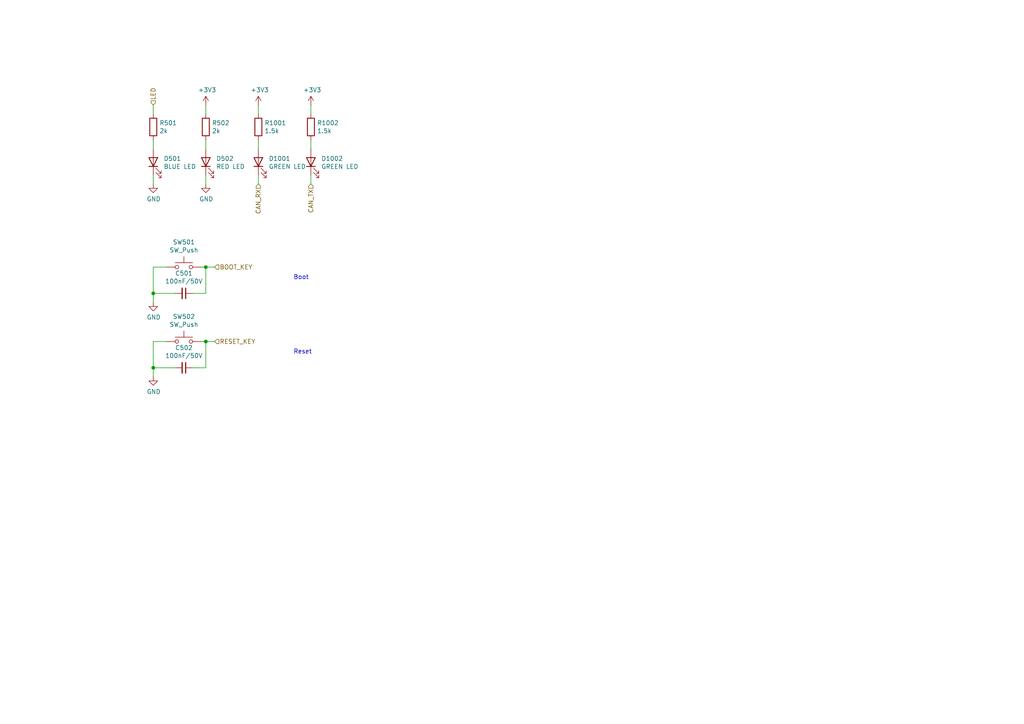
<source format=kicad_sch>
(kicad_sch (version 20231120) (generator "eeschema") (generator_version "8.0")
  (paper "A4")
  (title_block (title "SH-ESP32") (date "2024-09-24") (rev "2.2.0") (company "Hat Labs Oy") (comment 1 "https://creativecommons.org/licenses/by-sa/4.0") (comment 2 "To view a copy of this license, visit ") (comment 3 "SH-ESP32 is licensed under CC BY-SA 4.0."))
  (lib_symbols
    (symbol "Device:C_Small" (pin_numbers hide) (pin_names (offset 0.254) hide)
      (property "Reference" "C" (at 0.254 1.778 0))
      (property "Value" "C_Small" (at 0.254 -2.032 0))
      (symbol "C_Small_0_1"
        (polyline (pts (xy -1.524 -0.508) (xy 1.524 -0.508)) (stroke (width 0.3302)))
        (polyline (pts (xy -1.524 0.508) (xy 1.524 0.508)) (stroke (width 0.3048)))
      )
      (symbol "C_Small_1_1"
        (pin passive line (at 0 2.54 270) (length 2.032) (name "~") (number "1"))
        (pin passive line (at 0 -2.54 90) (length 2.032) (name "~") (number "2"))
      )
    )
    (symbol "Device:LED" (pin_numbers hide) (pin_names (offset 1.016) hide)
      (property "Reference" "D" (at 0 2.54 0))
      (property "Value" "LED" (at 0 -2.54 0))
      (symbol "LED_0_1"
        (polyline (pts (xy -1.27 -1.27) (xy -1.27 1.27)) (stroke (width 0.254)))
        (polyline (pts (xy -1.27 0) (xy 1.27 0)))
        (polyline (pts (xy 1.27 -1.27) (xy 1.27 1.27) (xy -1.27 0) (xy 1.27 -1.27)) (stroke (width 0.254)))
        (polyline (pts (xy -3.048 -0.762) (xy -4.572 -2.286) (xy -3.81 -2.286) (xy -4.572 -2.286) (xy -4.572 -1.524)))
        (polyline (pts (xy -1.778 -0.762) (xy -3.302 -2.286) (xy -2.54 -2.286) (xy -3.302 -2.286) (xy -3.302 -1.524)))
      )
      (symbol "LED_1_1"
        (pin passive line (at -3.81 0 0) (length 2.54) (name "K") (number "1"))
        (pin passive line (at 3.81 0 180) (length 2.54) (name "A") (number "2"))
      )
    )
    (symbol "Device:R" (pin_numbers hide) (pin_names (offset 0))
      (property "Reference" "R" (at 2.032 0 90))
      (property "Value" "R" (at 0 0 90))
      (symbol "R_0_1"
        (rectangle (start -1.016 -2.54) (end 1.016 2.54) (stroke (width 0.254)))
      )
      (symbol "R_1_1"
        (pin passive line (at 0 3.81 270) (length 1.27) (name "~") (number "1"))
        (pin passive line (at 0 -3.81 90) (length 1.27) (name "~") (number "2"))
      )
    )
    (symbol "Switch:SW_Push" (pin_numbers hide) (pin_names (offset 1.016) hide)
      (property "Reference" "SW" (at 1.27 2.54 0))
      (property "Value" "SW_Push" (at 0 -1.524 0))
      (symbol "SW_Push_0_1"
        (circle (center -2.032 0) (radius 0.508))
        (polyline (pts (xy 0 1.27) (xy 0 3.048)))
        (polyline (pts (xy 2.54 1.27) (xy -2.54 1.27)))
        (circle (center 2.032 0) (radius 0.508))
        (pin passive line (at -5.08 0 0) (length 2.54) (name "1") (number "1"))
        (pin passive line (at 5.08 0 180) (length 2.54) (name "2") (number "2"))
      )
    )
    (symbol "power:+3.3V" (power) (pin_numbers hide) (pin_names (offset 0) hide)
      (property "Value" "+3.3V" (at 0 3.556 0))
      (symbol "+3.3V_0_1"
        (polyline (pts (xy -0.762 1.27) (xy 0 2.54)))
        (polyline (pts (xy 0 0) (xy 0 2.54)))
        (polyline (pts (xy 0 2.54) (xy 0.762 1.27)))
      )
      (symbol "+3.3V_1_1"
        (pin power_in line (at 0 0 90) (length 0) (name "~") (number "1"))
      )
    )
    (symbol "power:GND" (power) (pin_numbers hide) (pin_names (offset 0) hide)
      (property "Value" "GND" (at 0 -3.81 0))
      (symbol "GND_0_1"
        (polyline (pts (xy 0 0) (xy 0 -1.27) (xy 1.27 -1.27) (xy 0 -2.54) (xy -1.27 -1.27) (xy 0 -1.27)))
      )
      (symbol "GND_1_1"
        (pin power_in line (at 0 0 270) (length 0) (name "~") (number "1"))
      )
    )
  )
  (junction (at 44.45 85.09))
  (junction (at 59.69 99.06))
  (junction (at 44.45 106.68))
  (junction (at 59.69 77.47))
  (wire (pts (xy 74.93 30.48) (xy 74.93 33.02)))
  (wire (pts (xy 90.17 53.34) (xy 90.17 50.8)))
  (wire (pts (xy 44.45 85.09) (xy 44.45 77.47)))
  (wire (pts (xy 59.69 106.68) (xy 55.88 106.68)))
  (wire (pts (xy 59.69 40.64) (xy 59.69 43.18)))
  (wire (pts (xy 44.45 30.48) (xy 44.45 33.02)))
  (wire (pts (xy 59.69 53.34) (xy 59.69 50.8)))
  (wire (pts (xy 44.45 40.64) (xy 44.45 43.18)))
  (wire (pts (xy 74.93 53.34) (xy 74.93 50.8)))
  (wire (pts (xy 59.69 99.06) (xy 59.69 106.68)))
  (wire (pts (xy 74.93 40.64) (xy 74.93 43.18)))
  (wire (pts (xy 44.45 87.63) (xy 44.45 85.09)))
  (wire (pts (xy 90.17 40.64) (xy 90.17 43.18)))
  (wire (pts (xy 59.69 77.47) (xy 58.42 77.47)))
  (wire (pts (xy 59.69 99.06) (xy 58.42 99.06)))
  (wire (pts (xy 50.8 106.68) (xy 44.45 106.68)))
  (wire (pts (xy 62.23 77.47) (xy 59.69 77.47)))
  (wire (pts (xy 55.88 85.09) (xy 59.69 85.09)))
  (wire (pts (xy 44.45 53.34) (xy 44.45 50.8)))
  (wire (pts (xy 44.45 77.47) (xy 48.26 77.47)))
  (wire (pts (xy 59.69 85.09) (xy 59.69 77.47)))
  (wire (pts (xy 50.8 85.09) (xy 44.45 85.09)))
  (wire (pts (xy 44.45 99.06) (xy 48.26 99.06)))
  (wire (pts (xy 62.23 99.06) (xy 59.69 99.06)))
  (wire (pts (xy 44.45 109.22) (xy 44.45 106.68)))
  (wire (pts (xy 90.17 30.48) (xy 90.17 33.02)))
  (wire (pts (xy 44.45 106.68) (xy 44.45 99.06)))
  (wire (pts (xy 59.69 30.48) (xy 59.69 33.02)))
  (text "Reset" (at 85.09 102.87 0) (effects (font (size 1.27 1.27)) (justify left bottom)))
  (text "Boot" (at 85.09 81.28 0) (effects (font (size 1.27 1.27)) (justify left bottom)))
  (hierarchical_label "CAN_TX" (shape input) (at 90.17 53.34 270))
  (hierarchical_label "RESET_KEY" (shape input) (at 62.23 99.06 0))
  (hierarchical_label "CAN_RX" (shape input) (at 74.93 53.34 270))
  (hierarchical_label "LED" (shape input) (at 44.45 30.48 90))
  (hierarchical_label "BOOT_KEY" (shape input) (at 62.23 77.47 0))
  (symbol (lib_id "Switch:SW_Push") (at 53.34 77.47 0) (unit 1)
    (property "Reference" "SW501" (at 53.34 70.231 0))
    (property "Value" "SW_Push" (at 53.34 72.5424 0))
    (property "Footprint" "Button_Switch_SMD:SW_SPST_TL3342" (effects (hide yes)))
    (property "LCSC" "C318887" (effects (hide yes)))
  )
  (symbol (lib_id "Switch:SW_Push") (at 53.34 99.06 0) (unit 1)
    (property "Reference" "SW502" (at 53.34 91.821 0))
    (property "Value" "SW_Push" (at 53.34 94.1324 0))
    (property "Footprint" "Button_Switch_SMD:SW_SPST_TL3342" (effects (hide yes)))
    (property "LCSC" "C318887" (effects (hide yes)))
  )
  (symbol (lib_id "Device:C_Small") (at 53.34 85.09 270) (unit 1)
    (property "Reference" "C501" (at 53.34 79.2734 90))
    (property "Value" "100nF/50V" (at 53.34 81.5848 90))
    (property "Footprint" "Capacitor_SMD:C_0603_1608Metric" (effects (hide yes)))
    (property "LCSC" "C14663" (effects (hide yes)))
  )
  (symbol (lib_id "Device:C_Small") (at 53.34 106.68 270) (unit 1)
    (property "Reference" "C502" (at 53.34 100.8634 90))
    (property "Value" "100nF/50V" (at 53.34 103.1748 90))
    (property "Footprint" "Capacitor_SMD:C_0603_1608Metric" (effects (hide yes)))
    (property "LCSC" "C14663" (effects (hide yes)))
  )
  (symbol (lib_id "power:GND") (at 44.45 87.63 0) (unit 1)
    (property "Reference" "#PWR0502" (effects (hide yes)))
    (property "Value" "GND" (at 44.577 92.0242 0))
    (property "Description" "Power symbol creates a global label with name \"GND\" , ground" (effects (hide yes)))
  )
  (symbol (lib_id "power:GND") (at 44.45 109.22 0) (unit 1)
    (property "Reference" "#PWR0503" (effects (hide yes)))
    (property "Value" "GND" (at 44.577 113.6142 0))
    (property "Description" "Power symbol creates a global label with name \"GND\" , ground" (effects (hide yes)))
  )
  (symbol (lib_id "Device:LED") (at 59.69 46.99 90) (unit 1)
    (property "Reference" "D502" (at 62.6872 45.9994 90) (effects (justify right)))
    (property "Value" "RED LED" (at 62.6872 48.3108 90) (effects (justify right)))
    (property "Footprint" "LED_SMD:LED_0603_1608Metric" (effects (hide yes)))
    (property "LCSC" "C2286" (effects (hide yes)))
  )
  (symbol (lib_id "Device:R") (at 59.69 36.83 0) (unit 1)
    (property "Reference" "R502" (at 61.468 35.6616 0) (effects (justify left)))
    (property "Value" "2k" (at 61.468 37.973 0) (effects (justify left)))
    (property "Footprint" "Resistor_SMD:R_0402_1005Metric" (effects (hide yes)))
    (property "LCSC" "C4109" (effects (hide yes)))
  )
  (symbol (lib_id "power:+3.3V") (at 59.69 30.48 0) (unit 1)
    (property "Reference" "#PWR0504" (effects (hide yes)))
    (property "Value" "+3V3" (at 60.071 26.0858 0))
    (property "Description" "Power symbol creates a global label with name \"+3.3V\"" (effects (hide yes)))
  )
  (symbol (lib_id "power:GND") (at 59.69 53.34 0) (unit 1)
    (property "Reference" "#PWR0505" (effects (hide yes)))
    (property "Value" "GND" (at 59.817 57.7342 0))
    (property "Description" "Power symbol creates a global label with name \"GND\" , ground" (effects (hide yes)))
  )
  (symbol (lib_id "Device:LED") (at 44.45 46.99 90) (unit 1)
    (property "Reference" "D501" (at 47.4472 45.9994 90) (effects (justify right)))
    (property "Value" "BLUE LED" (at 47.4472 48.3108 90) (effects (justify right)))
    (property "Footprint" "LED_SMD:LED_0603_1608Metric" (effects (hide yes)))
    (property "LCSC" "C7496819" (effects (hide yes)))
  )
  (symbol (lib_id "Device:R") (at 44.45 36.83 0) (unit 1)
    (property "Reference" "R501" (at 46.228 35.6616 0) (effects (justify left)))
    (property "Value" "2k" (at 46.228 37.973 0) (effects (justify left)))
    (property "Footprint" "Resistor_SMD:R_0402_1005Metric" (effects (hide yes)))
    (property "LCSC" "C4109" (effects (hide yes)))
  )
  (symbol (lib_id "power:GND") (at 44.45 53.34 0) (unit 1)
    (property "Reference" "#PWR0501" (effects (hide yes)))
    (property "Value" "GND" (at 44.577 57.7342 0))
    (property "Description" "Power symbol creates a global label with name \"GND\" , ground" (effects (hide yes)))
  )
  (symbol (lib_id "power:+3.3V") (at 74.93 30.48 0) (unit 1)
    (property "Reference" "#PWR01005" (effects (hide yes)))
    (property "Value" "+3V3" (at 75.311 26.0858 0))
    (property "Description" "Power symbol creates a global label with name \"+3.3V\"" (effects (hide yes)))
  )
  (symbol (lib_id "Device:R") (at 74.93 36.83 0) (unit 1)
    (property "Reference" "R1001" (at 76.708 35.6616 0) (effects (justify left)))
    (property "Value" "1.5k" (at 76.708 37.973 0) (effects (justify left)))
    (property "Footprint" "Resistor_SMD:R_0402_1005Metric" (effects (hide yes)))
    (property "LCSC" "C25867" (effects (hide yes)))
  )
  (symbol (lib_id "Device:LED") (at 90.17 46.99 90) (unit 1)
    (property "Reference" "D1002" (at 93.1672 45.9994 90) (effects (justify right)))
    (property "Value" "GREEN LED" (at 93.1672 48.3108 90) (effects (justify right)))
    (property "Footprint" "LED_SMD:LED_0603_1608Metric" (effects (hide yes)))
    (property "LCSC" "C965804" (effects (hide yes)))
  )
  (symbol (lib_id "Device:LED") (at 74.93 46.99 90) (unit 1)
    (property "Reference" "D1001" (at 77.9272 45.9994 90) (effects (justify right)))
    (property "Value" "GREEN LED" (at 77.9272 48.3108 90) (effects (justify right)))
    (property "Footprint" "LED_SMD:LED_0603_1608Metric" (effects (hide yes)))
    (property "LCSC" "C965804" (effects (hide yes)))
  )
  (symbol (lib_id "power:+3.3V") (at 90.17 30.48 0) (unit 1)
    (property "Reference" "#PWR01007" (effects (hide yes)))
    (property "Value" "+3V3" (at 90.551 26.0858 0))
    (property "Description" "Power symbol creates a global label with name \"+3.3V\"" (effects (hide yes)))
  )
  (symbol (lib_id "Device:R") (at 90.17 36.83 0) (unit 1)
    (property "Reference" "R1002" (at 91.948 35.6616 0) (effects (justify left)))
    (property "Value" "1.5k" (at 91.948 37.973 0) (effects (justify left)))
    (property "Footprint" "Resistor_SMD:R_0402_1005Metric" (effects (hide yes)))
    (property "LCSC" "C25867" (effects (hide yes)))
  )
)
</source>
